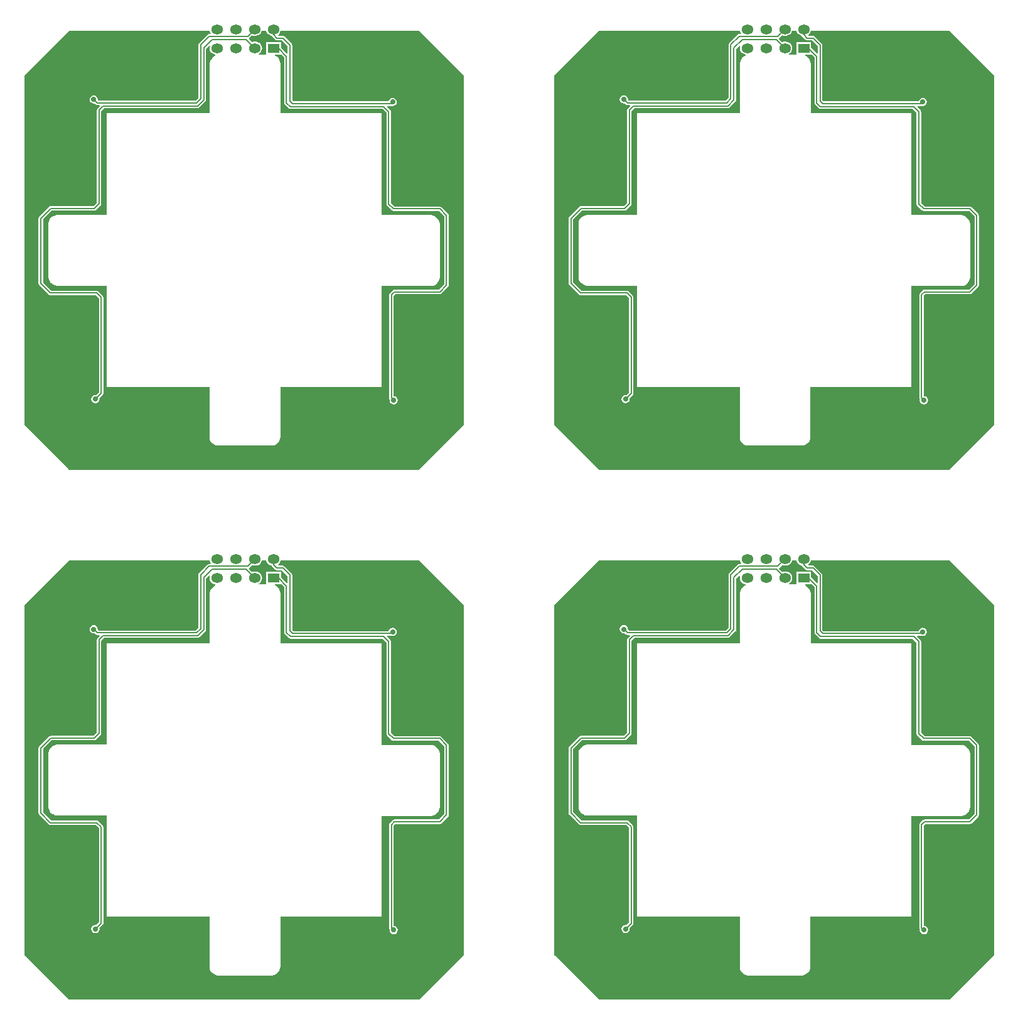
<source format=gbl>
G04*
G04 #@! TF.GenerationSoftware,Altium Limited,Altium Designer,18.1.11 (251)*
G04*
G04 Layer_Physical_Order=2*
G04 Layer_Color=16711680*
%FSLAX24Y24*%
%MOIN*%
G70*
G01*
G75*
%ADD10C,0.0079*%
%ADD22R,0.0630X0.0512*%
%ADD23O,0.0630X0.0512*%
%ADD24C,0.0276*%
G36*
X157860Y173047D02*
X157893Y172966D01*
X157947Y172896D01*
X158017Y172842D01*
X158098Y172809D01*
X158132Y172804D01*
X158134Y172798D01*
X158160Y172759D01*
X158342Y172577D01*
X158342Y172577D01*
X158381Y172551D01*
X158427Y172542D01*
X158427Y172542D01*
X158693D01*
X158996Y172238D01*
Y171874D01*
X158950Y171855D01*
X158639Y172167D01*
Y172469D01*
X157851D01*
Y171836D01*
X157851Y171800D01*
X157807Y171786D01*
X157468D01*
X157458Y171836D01*
X157473Y171842D01*
X157543Y171896D01*
X157596Y171966D01*
X157630Y172047D01*
X157641Y172135D01*
X157630Y172222D01*
X157596Y172303D01*
X157543Y172373D01*
X157473Y172427D01*
X157391Y172461D01*
X157304Y172472D01*
X157186D01*
X157098Y172461D01*
X157092Y172458D01*
X156942Y172607D01*
X156949Y172671D01*
X156956Y172675D01*
X157092Y172811D01*
X157098Y172809D01*
X157186Y172797D01*
X157304D01*
X157391Y172809D01*
X157473Y172842D01*
X157543Y172896D01*
X157596Y172966D01*
X157630Y173047D01*
X157632Y173066D01*
X157857D01*
X157860Y173047D01*
D02*
G37*
G36*
X129702D02*
X129736Y172966D01*
X129789Y172896D01*
X129859Y172842D01*
X129941Y172809D01*
X129975Y172804D01*
X129976Y172798D01*
X130002Y172759D01*
X130184Y172577D01*
X130184Y172577D01*
X130223Y172551D01*
X130269Y172542D01*
X130269Y172542D01*
X130535D01*
X130839Y172238D01*
Y171874D01*
X130793Y171855D01*
X130481Y172167D01*
Y172469D01*
X129693D01*
Y171836D01*
X129693Y171800D01*
X129649Y171786D01*
X129310D01*
X129300Y171836D01*
X129315Y171842D01*
X129385Y171896D01*
X129438Y171966D01*
X129472Y172047D01*
X129484Y172135D01*
X129472Y172222D01*
X129438Y172303D01*
X129385Y172373D01*
X129315Y172427D01*
X129234Y172461D01*
X129146Y172472D01*
X129028D01*
X128941Y172461D01*
X128934Y172458D01*
X128785Y172607D01*
X128792Y172671D01*
X128798Y172675D01*
X128934Y172811D01*
X128941Y172809D01*
X129028Y172797D01*
X129146D01*
X129234Y172809D01*
X129315Y172842D01*
X129385Y172896D01*
X129438Y172966D01*
X129472Y173047D01*
X129475Y173066D01*
X129700D01*
X129702Y173047D01*
D02*
G37*
G36*
X168359Y170684D02*
X168359Y152140D01*
X165977Y149759D01*
X147388Y149759D01*
X145005Y152142D01*
X145005Y170686D01*
X147385Y173066D01*
X154857Y173066D01*
X154860Y173047D01*
X154894Y172966D01*
X154920Y172931D01*
X154896Y172881D01*
X154826D01*
X154779Y172872D01*
X154740Y172846D01*
X154740Y172846D01*
X154288Y172393D01*
X154262Y172354D01*
X154252Y172308D01*
X154252Y172308D01*
Y169497D01*
X154103Y169348D01*
X148945D01*
X148909Y169389D01*
X148914Y169414D01*
X148898Y169499D01*
X148850Y169570D01*
X148778Y169618D01*
X148694Y169635D01*
X148609Y169618D01*
X148538Y169570D01*
X148490Y169499D01*
X148473Y169414D01*
X148490Y169330D01*
X148538Y169258D01*
X148609Y169210D01*
X148694Y169193D01*
X148736Y169202D01*
X148796Y169142D01*
X148796Y169142D01*
X148835Y169116D01*
X148881Y169107D01*
X148998D01*
X149018Y169060D01*
X148894Y168937D01*
X148868Y168898D01*
X148859Y168852D01*
X148859Y168852D01*
Y163933D01*
X148683Y163757D01*
X146416D01*
X146369Y163748D01*
X146330Y163722D01*
X145798Y163189D01*
X145772Y163150D01*
X145763Y163104D01*
X145763Y163104D01*
Y159652D01*
X145763Y159652D01*
X145772Y159606D01*
X145798Y159567D01*
X146312Y159053D01*
X146312Y159053D01*
X146351Y159027D01*
X146397Y159018D01*
X146397Y159018D01*
X148816D01*
X148967Y158867D01*
Y153864D01*
X148824Y153721D01*
X148782Y153729D01*
X148698Y153713D01*
X148626Y153665D01*
X148578Y153593D01*
X148561Y153509D01*
X148578Y153424D01*
X148626Y153352D01*
X148698Y153305D01*
X148782Y153288D01*
X148867Y153305D01*
X148938Y153352D01*
X148986Y153424D01*
X149003Y153509D01*
X148995Y153551D01*
X149173Y153729D01*
X149173Y153729D01*
X149199Y153768D01*
X149208Y153814D01*
Y158917D01*
X149199Y158963D01*
X149173Y159002D01*
X148951Y159224D01*
X148911Y159250D01*
X148865Y159259D01*
X148865Y159259D01*
X146447D01*
X146003Y159702D01*
Y163054D01*
X146465Y163516D01*
X148733D01*
X148733Y163516D01*
X148779Y163525D01*
X148818Y163551D01*
X149064Y163797D01*
X149064Y163797D01*
X149090Y163837D01*
X149100Y163883D01*
Y168802D01*
X149247Y168949D01*
X154218D01*
X154218Y168949D01*
X154265Y168958D01*
X154304Y168984D01*
X154625Y169306D01*
X154651Y169345D01*
X154661Y169391D01*
Y172104D01*
X154825Y172268D01*
X154867Y172240D01*
X154860Y172222D01*
X154848Y172135D01*
X154860Y172047D01*
X154894Y171966D01*
X154947Y171896D01*
X155017Y171842D01*
X155098Y171809D01*
X155165Y171800D01*
X155171Y171749D01*
X155120Y171727D01*
X155038Y171673D01*
X154969Y171603D01*
X154914Y171521D01*
X154876Y171430D01*
X154857Y171333D01*
Y171284D01*
Y168676D01*
X149392D01*
Y163286D01*
X146733D01*
X146636Y163267D01*
X146545Y163229D01*
X146464Y163174D01*
X146394Y163105D01*
X146339Y163023D01*
X146301Y162932D01*
X146282Y162835D01*
Y162786D01*
Y160028D01*
X146284Y160026D01*
Y159977D01*
X146303Y159880D01*
X146341Y159789D01*
X146396Y159708D01*
X146466Y159638D01*
X146547Y159583D01*
X146638Y159545D01*
X146735Y159526D01*
X149392D01*
Y154148D01*
X154843Y154148D01*
Y151538D01*
Y151489D01*
X154863Y151392D01*
X154900Y151301D01*
X154955Y151219D01*
X155025Y151150D01*
X155106Y151095D01*
X155197Y151057D01*
X155294Y151038D01*
X158101D01*
X158103Y151040D01*
X158152D01*
X158249Y151059D01*
X158340Y151097D01*
X158422Y151152D01*
X158492Y151221D01*
X158546Y151303D01*
X158584Y151394D01*
X158603Y151491D01*
Y151540D01*
Y154148D01*
X163967D01*
Y159513D01*
X163967D01*
X163967Y159513D01*
X163967Y159513D01*
X166627D01*
X166723Y159532D01*
X166814Y159569D01*
X166896Y159624D01*
X166966Y159694D01*
X167021Y159776D01*
X167058Y159867D01*
X167078Y159963D01*
Y160013D01*
Y162770D01*
X167076Y162772D01*
Y162822D01*
X167056Y162918D01*
X167019Y163009D01*
X166964Y163091D01*
X166894Y163161D01*
X166812Y163215D01*
X166721Y163253D01*
X166625Y163272D01*
X163967D01*
Y168676D01*
X158617D01*
Y171286D01*
Y171335D01*
X158598Y171432D01*
X158560Y171523D01*
X158505Y171605D01*
X158436Y171675D01*
X158354Y171729D01*
X158304Y171750D01*
X158314Y171800D01*
X158639D01*
X158639Y171800D01*
Y171800D01*
X158682Y171783D01*
X158812Y171652D01*
Y169234D01*
X158812Y169234D01*
X158821Y169188D01*
X158847Y169149D01*
X159055Y168942D01*
X159055Y168942D01*
X159094Y168916D01*
X159140Y168907D01*
X159140Y168907D01*
X164038D01*
X164240Y168705D01*
Y163866D01*
X164240Y163866D01*
X164249Y163820D01*
X164275Y163781D01*
X164524Y163532D01*
X164524Y163532D01*
X164563Y163506D01*
X164609Y163496D01*
X164609Y163496D01*
X167020D01*
X167311Y163206D01*
Y159611D01*
X167018Y159318D01*
X164658D01*
X164658Y159318D01*
X164612Y159309D01*
X164573Y159283D01*
X164573Y159283D01*
X164415Y159125D01*
X164389Y159086D01*
X164380Y159040D01*
X164380Y159040D01*
Y153578D01*
X164380Y153578D01*
X164389Y153532D01*
X164415Y153493D01*
X164416Y153492D01*
X164408Y153450D01*
X164425Y153365D01*
X164473Y153293D01*
X164544Y153246D01*
X164629Y153229D01*
X164713Y153246D01*
X164785Y153293D01*
X164833Y153365D01*
X164849Y153450D01*
X164833Y153534D01*
X164785Y153606D01*
X164713Y153654D01*
X164629Y153670D01*
X164621Y153677D01*
Y158990D01*
X164708Y159077D01*
X167068D01*
X167068Y159077D01*
X167114Y159086D01*
X167153Y159112D01*
X167516Y159476D01*
X167542Y159515D01*
X167551Y159561D01*
X167551Y159561D01*
Y163256D01*
X167542Y163302D01*
X167516Y163341D01*
X167516Y163341D01*
X167155Y163702D01*
X167116Y163728D01*
X167070Y163737D01*
X167070Y163737D01*
X164659D01*
X164481Y163916D01*
Y168755D01*
X164471Y168801D01*
X164445Y168840D01*
X164445Y168840D01*
X164267Y169018D01*
X164286Y169064D01*
X164478D01*
X164478Y169064D01*
X164502Y169069D01*
X164570Y169056D01*
X164654Y169072D01*
X164726Y169120D01*
X164774Y169192D01*
X164790Y169276D01*
X164774Y169361D01*
X164726Y169432D01*
X164654Y169480D01*
X164570Y169497D01*
X164485Y169480D01*
X164414Y169432D01*
X164366Y169361D01*
X164355Y169305D01*
X159300D01*
X159237Y169368D01*
Y172288D01*
X159228Y172334D01*
X159202Y172373D01*
X159202Y172373D01*
X158828Y172747D01*
X158789Y172773D01*
X158743Y172783D01*
X158743Y172783D01*
X158516D01*
X158498Y172805D01*
X158507Y172869D01*
X158543Y172896D01*
X158596Y172966D01*
X158630Y173047D01*
X158632Y173066D01*
X165977Y173066D01*
X168359Y170684D01*
D02*
G37*
G36*
X140201D02*
X140201Y152140D01*
X137820Y149759D01*
X119231Y149759D01*
X116847Y152142D01*
X116847Y170686D01*
X119227Y173066D01*
X126700Y173066D01*
X126702Y173047D01*
X126736Y172966D01*
X126762Y172931D01*
X126738Y172881D01*
X126668D01*
X126622Y172872D01*
X126583Y172846D01*
X126583Y172846D01*
X126130Y172393D01*
X126104Y172354D01*
X126095Y172308D01*
X126095Y172308D01*
Y169497D01*
X125946Y169348D01*
X120787D01*
X120752Y169389D01*
X120757Y169414D01*
X120740Y169499D01*
X120692Y169570D01*
X120620Y169618D01*
X120536Y169635D01*
X120451Y169618D01*
X120380Y169570D01*
X120332Y169499D01*
X120315Y169414D01*
X120332Y169330D01*
X120380Y169258D01*
X120451Y169210D01*
X120536Y169193D01*
X120578Y169202D01*
X120638Y169142D01*
X120638Y169142D01*
X120677Y169116D01*
X120723Y169107D01*
X120841D01*
X120860Y169060D01*
X120736Y168937D01*
X120710Y168898D01*
X120701Y168852D01*
X120701Y168852D01*
Y163933D01*
X120525Y163757D01*
X118258D01*
X118212Y163748D01*
X118173Y163722D01*
X117640Y163189D01*
X117614Y163150D01*
X117605Y163104D01*
X117605Y163104D01*
Y159652D01*
X117605Y159652D01*
X117614Y159606D01*
X117640Y159567D01*
X118154Y159053D01*
X118154Y159053D01*
X118193Y159027D01*
X118239Y159018D01*
X118239Y159018D01*
X120658D01*
X120809Y158867D01*
Y153864D01*
X120667Y153721D01*
X120624Y153729D01*
X120540Y153713D01*
X120468Y153665D01*
X120421Y153593D01*
X120404Y153509D01*
X120421Y153424D01*
X120468Y153352D01*
X120540Y153305D01*
X120624Y153288D01*
X120709Y153305D01*
X120781Y153352D01*
X120828Y153424D01*
X120845Y153509D01*
X120837Y153551D01*
X121015Y153729D01*
X121015Y153729D01*
X121041Y153768D01*
X121050Y153814D01*
Y158917D01*
X121041Y158963D01*
X121015Y159002D01*
X120793Y159224D01*
X120754Y159250D01*
X120708Y159259D01*
X120708Y159259D01*
X118289D01*
X117846Y159702D01*
Y163054D01*
X118308Y163516D01*
X120575D01*
X120575Y163516D01*
X120621Y163525D01*
X120660Y163551D01*
X120906Y163797D01*
X120906Y163797D01*
X120933Y163837D01*
X120942Y163883D01*
Y168802D01*
X121089Y168949D01*
X126061D01*
X126061Y168949D01*
X126107Y168958D01*
X126146Y168984D01*
X126468Y169306D01*
X126494Y169345D01*
X126503Y169391D01*
Y172104D01*
X126667Y172268D01*
X126709Y172240D01*
X126702Y172222D01*
X126691Y172135D01*
X126702Y172047D01*
X126736Y171966D01*
X126789Y171896D01*
X126859Y171842D01*
X126941Y171809D01*
X127007Y171800D01*
X127014Y171749D01*
X126962Y171727D01*
X126881Y171673D01*
X126811Y171603D01*
X126756Y171521D01*
X126718Y171430D01*
X126699Y171333D01*
Y171284D01*
Y168676D01*
X121235D01*
Y163286D01*
X118575D01*
X118479Y163267D01*
X118388Y163229D01*
X118306Y163174D01*
X118236Y163105D01*
X118181Y163023D01*
X118144Y162932D01*
X118124Y162835D01*
Y162786D01*
Y160028D01*
X118126Y160026D01*
Y159977D01*
X118146Y159880D01*
X118183Y159789D01*
X118238Y159708D01*
X118308Y159638D01*
X118390Y159583D01*
X118481Y159545D01*
X118577Y159526D01*
X121235D01*
Y154148D01*
X126686Y154148D01*
Y151538D01*
Y151489D01*
X126705Y151392D01*
X126742Y151301D01*
X126797Y151219D01*
X126867Y151150D01*
X126949Y151095D01*
X127040Y151057D01*
X127136Y151038D01*
X129943D01*
X129945Y151040D01*
X129995D01*
X130091Y151059D01*
X130182Y151097D01*
X130264Y151152D01*
X130334Y151221D01*
X130388Y151303D01*
X130426Y151394D01*
X130445Y151491D01*
Y151540D01*
Y154148D01*
X135810D01*
Y159513D01*
X135810D01*
X135810Y159513D01*
X135810Y159513D01*
X138469D01*
X138566Y159532D01*
X138657Y159569D01*
X138738Y159624D01*
X138808Y159694D01*
X138863Y159776D01*
X138901Y159867D01*
X138920Y159963D01*
Y160013D01*
Y162770D01*
X138918Y162772D01*
Y162822D01*
X138899Y162918D01*
X138861Y163009D01*
X138806Y163091D01*
X138737Y163161D01*
X138655Y163215D01*
X138564Y163253D01*
X138467Y163272D01*
X135810D01*
Y168676D01*
X130459D01*
Y171286D01*
Y171335D01*
X130440Y171432D01*
X130402Y171523D01*
X130347Y171605D01*
X130278Y171675D01*
X130196Y171729D01*
X130146Y171750D01*
X130156Y171800D01*
X130481D01*
X130481Y171800D01*
Y171800D01*
X130524Y171783D01*
X130654Y171652D01*
Y169234D01*
X130654Y169234D01*
X130664Y169188D01*
X130690Y169149D01*
X130897Y168942D01*
X130897Y168942D01*
X130936Y168916D01*
X130982Y168907D01*
X130982Y168907D01*
X135880D01*
X136082Y168705D01*
Y163866D01*
X136082Y163866D01*
X136091Y163820D01*
X136117Y163781D01*
X136366Y163532D01*
X136366Y163532D01*
X136405Y163506D01*
X136451Y163496D01*
X136451Y163496D01*
X138862D01*
X139153Y163206D01*
Y159611D01*
X138860Y159318D01*
X136500D01*
X136500Y159318D01*
X136454Y159309D01*
X136415Y159283D01*
X136415Y159283D01*
X136258Y159125D01*
X136231Y159086D01*
X136222Y159040D01*
X136222Y159040D01*
Y153578D01*
X136222Y153578D01*
X136231Y153532D01*
X136258Y153493D01*
X136259Y153492D01*
X136250Y153450D01*
X136267Y153365D01*
X136315Y153293D01*
X136386Y153246D01*
X136471Y153229D01*
X136555Y153246D01*
X136627Y153293D01*
X136675Y153365D01*
X136692Y153450D01*
X136675Y153534D01*
X136627Y153606D01*
X136555Y153654D01*
X136471Y153670D01*
X136463Y153677D01*
Y158990D01*
X136550Y159077D01*
X138910D01*
X138910Y159077D01*
X138956Y159086D01*
X138995Y159112D01*
X139358Y159476D01*
X139385Y159515D01*
X139394Y159561D01*
X139394Y159561D01*
Y163256D01*
X139385Y163302D01*
X139358Y163341D01*
X139358Y163341D01*
X138997Y163702D01*
X138958Y163728D01*
X138912Y163737D01*
X138912Y163737D01*
X136501D01*
X136323Y163916D01*
Y168755D01*
X136314Y168801D01*
X136288Y168840D01*
X136288Y168840D01*
X136109Y169018D01*
X136129Y169064D01*
X136320D01*
X136320Y169064D01*
X136344Y169069D01*
X136412Y169056D01*
X136496Y169072D01*
X136568Y169120D01*
X136616Y169192D01*
X136633Y169276D01*
X136616Y169361D01*
X136568Y169432D01*
X136496Y169480D01*
X136412Y169497D01*
X136327Y169480D01*
X136256Y169432D01*
X136208Y169361D01*
X136197Y169305D01*
X131143D01*
X131080Y169368D01*
Y172288D01*
X131070Y172334D01*
X131044Y172373D01*
X131044Y172373D01*
X130670Y172747D01*
X130631Y172773D01*
X130585Y172783D01*
X130585Y172783D01*
X130358D01*
X130340Y172805D01*
X130349Y172869D01*
X130385Y172896D01*
X130438Y172966D01*
X130472Y173047D01*
X130475Y173066D01*
X137819Y173066D01*
X140201Y170684D01*
D02*
G37*
G36*
X157860Y144937D02*
X157893Y144855D01*
X157947Y144785D01*
X158017Y144732D01*
X158098Y144698D01*
X158132Y144694D01*
X158134Y144688D01*
X158160Y144648D01*
X158342Y144466D01*
X158342Y144466D01*
X158381Y144440D01*
X158427Y144431D01*
X158427Y144431D01*
X158693D01*
X158996Y144128D01*
Y143764D01*
X158950Y143744D01*
X158639Y144056D01*
Y144359D01*
X157851D01*
Y143726D01*
X157851Y143689D01*
X157807Y143676D01*
X157468D01*
X157458Y143726D01*
X157473Y143732D01*
X157543Y143785D01*
X157596Y143855D01*
X157630Y143937D01*
X157641Y144024D01*
X157630Y144111D01*
X157596Y144193D01*
X157543Y144263D01*
X157473Y144316D01*
X157391Y144350D01*
X157304Y144362D01*
X157186D01*
X157098Y144350D01*
X157092Y144347D01*
X156942Y144497D01*
X156949Y144561D01*
X156956Y144565D01*
X157092Y144701D01*
X157098Y144698D01*
X157186Y144687D01*
X157304D01*
X157391Y144698D01*
X157473Y144732D01*
X157543Y144785D01*
X157596Y144855D01*
X157630Y144937D01*
X157632Y144955D01*
X157857D01*
X157860Y144937D01*
D02*
G37*
G36*
X129702D02*
X129736Y144855D01*
X129789Y144785D01*
X129859Y144732D01*
X129941Y144698D01*
X129975Y144694D01*
X129976Y144688D01*
X130002Y144648D01*
X130184Y144466D01*
X130184Y144466D01*
X130223Y144440D01*
X130269Y144431D01*
X130269Y144431D01*
X130535D01*
X130839Y144128D01*
Y143764D01*
X130793Y143744D01*
X130481Y144056D01*
Y144359D01*
X129693D01*
Y143726D01*
X129693Y143689D01*
X129649Y143676D01*
X129310D01*
X129300Y143726D01*
X129315Y143732D01*
X129385Y143785D01*
X129438Y143855D01*
X129472Y143937D01*
X129484Y144024D01*
X129472Y144111D01*
X129438Y144193D01*
X129385Y144263D01*
X129315Y144316D01*
X129234Y144350D01*
X129146Y144362D01*
X129028D01*
X128941Y144350D01*
X128934Y144347D01*
X128785Y144497D01*
X128792Y144561D01*
X128798Y144565D01*
X128934Y144701D01*
X128941Y144698D01*
X129028Y144687D01*
X129146D01*
X129234Y144698D01*
X129315Y144732D01*
X129385Y144785D01*
X129438Y144855D01*
X129472Y144937D01*
X129475Y144955D01*
X129700D01*
X129702Y144937D01*
D02*
G37*
G36*
X168359Y142573D02*
X168359Y124030D01*
X165977Y121648D01*
X147388Y121648D01*
X145005Y124032D01*
X145005Y142575D01*
X147385Y144955D01*
X154857Y144955D01*
X154860Y144937D01*
X154894Y144855D01*
X154920Y144820D01*
X154896Y144770D01*
X154826D01*
X154779Y144761D01*
X154740Y144735D01*
X154740Y144735D01*
X154288Y144282D01*
X154262Y144243D01*
X154252Y144197D01*
X154252Y144197D01*
Y141386D01*
X154103Y141237D01*
X148945D01*
X148909Y141278D01*
X148914Y141304D01*
X148898Y141388D01*
X148850Y141460D01*
X148778Y141508D01*
X148694Y141524D01*
X148609Y141508D01*
X148538Y141460D01*
X148490Y141388D01*
X148473Y141304D01*
X148490Y141219D01*
X148538Y141147D01*
X148609Y141100D01*
X148694Y141083D01*
X148736Y141091D01*
X148796Y141031D01*
X148796Y141031D01*
X148835Y141005D01*
X148881Y140996D01*
X148998D01*
X149018Y140950D01*
X148894Y140826D01*
X148868Y140787D01*
X148859Y140741D01*
X148859Y140741D01*
Y135822D01*
X148683Y135646D01*
X146416D01*
X146369Y135637D01*
X146330Y135611D01*
X145798Y135079D01*
X145772Y135040D01*
X145763Y134993D01*
X145763Y134993D01*
Y131542D01*
X145763Y131542D01*
X145772Y131496D01*
X145798Y131457D01*
X146312Y130943D01*
X146312Y130943D01*
X146351Y130917D01*
X146397Y130908D01*
X146397Y130908D01*
X148816D01*
X148967Y130756D01*
Y125753D01*
X148824Y125610D01*
X148782Y125619D01*
X148698Y125602D01*
X148626Y125554D01*
X148578Y125483D01*
X148561Y125398D01*
X148578Y125314D01*
X148626Y125242D01*
X148698Y125194D01*
X148782Y125177D01*
X148867Y125194D01*
X148938Y125242D01*
X148986Y125314D01*
X149003Y125398D01*
X148995Y125440D01*
X149173Y125618D01*
X149173Y125618D01*
X149199Y125657D01*
X149208Y125703D01*
Y130806D01*
X149199Y130852D01*
X149173Y130891D01*
X148951Y131113D01*
X148911Y131139D01*
X148865Y131148D01*
X148865Y131148D01*
X146447D01*
X146003Y131592D01*
Y134944D01*
X146465Y135405D01*
X148733D01*
X148733Y135405D01*
X148779Y135415D01*
X148818Y135441D01*
X149064Y135687D01*
X149064Y135687D01*
X149090Y135726D01*
X149100Y135772D01*
Y140691D01*
X149247Y140839D01*
X154218D01*
X154218Y140839D01*
X154265Y140848D01*
X154304Y140874D01*
X154625Y141196D01*
X154651Y141235D01*
X154661Y141281D01*
Y143993D01*
X154825Y144157D01*
X154867Y144129D01*
X154860Y144111D01*
X154848Y144024D01*
X154860Y143937D01*
X154894Y143855D01*
X154947Y143785D01*
X155017Y143732D01*
X155098Y143698D01*
X155165Y143689D01*
X155171Y143638D01*
X155120Y143617D01*
X155038Y143562D01*
X154969Y143492D01*
X154914Y143411D01*
X154876Y143320D01*
X154857Y143223D01*
Y143174D01*
Y140565D01*
X149392D01*
Y135176D01*
X146733D01*
X146636Y135156D01*
X146545Y135119D01*
X146464Y135064D01*
X146394Y134994D01*
X146339Y134912D01*
X146301Y134821D01*
X146282Y134725D01*
Y134676D01*
Y131918D01*
X146284Y131916D01*
Y131866D01*
X146303Y131770D01*
X146341Y131679D01*
X146396Y131597D01*
X146466Y131527D01*
X146547Y131473D01*
X146638Y131435D01*
X146735Y131416D01*
X149392D01*
Y126038D01*
X154843Y126038D01*
Y123428D01*
Y123378D01*
X154863Y123282D01*
X154900Y123191D01*
X154955Y123109D01*
X155025Y123039D01*
X155106Y122985D01*
X155197Y122947D01*
X155294Y122928D01*
X158101D01*
X158103Y122930D01*
X158152D01*
X158249Y122949D01*
X158340Y122986D01*
X158422Y123041D01*
X158492Y123111D01*
X158546Y123193D01*
X158584Y123284D01*
X158603Y123380D01*
Y123430D01*
Y126038D01*
X163967D01*
Y131402D01*
X163967D01*
X163967Y131402D01*
X163967Y131402D01*
X166627D01*
X166723Y131421D01*
X166814Y131459D01*
X166896Y131514D01*
X166966Y131583D01*
X167021Y131665D01*
X167058Y131756D01*
X167078Y131853D01*
Y131902D01*
Y134660D01*
X167076Y134662D01*
Y134711D01*
X167056Y134808D01*
X167019Y134899D01*
X166964Y134981D01*
X166894Y135050D01*
X166812Y135105D01*
X166721Y135143D01*
X166625Y135162D01*
X163967D01*
Y140565D01*
X158617D01*
Y143176D01*
Y143225D01*
X158598Y143321D01*
X158560Y143412D01*
X158505Y143494D01*
X158436Y143564D01*
X158354Y143619D01*
X158304Y143639D01*
X158314Y143689D01*
X158639D01*
X158639Y143689D01*
Y143689D01*
X158682Y143672D01*
X158812Y143542D01*
Y141124D01*
X158812Y141124D01*
X158821Y141078D01*
X158847Y141039D01*
X159055Y140831D01*
X159055Y140831D01*
X159094Y140805D01*
X159140Y140796D01*
X159140Y140796D01*
X164038D01*
X164240Y140594D01*
Y135755D01*
X164240Y135755D01*
X164249Y135709D01*
X164275Y135670D01*
X164524Y135421D01*
X164524Y135421D01*
X164563Y135395D01*
X164609Y135386D01*
X164609Y135386D01*
X167020D01*
X167311Y135095D01*
Y131500D01*
X167018Y131207D01*
X164658D01*
X164658Y131207D01*
X164612Y131198D01*
X164573Y131172D01*
X164573Y131172D01*
X164415Y131014D01*
X164389Y130975D01*
X164380Y130929D01*
X164380Y130929D01*
Y125467D01*
X164380Y125467D01*
X164389Y125421D01*
X164415Y125382D01*
X164416Y125381D01*
X164408Y125339D01*
X164425Y125255D01*
X164473Y125183D01*
X164544Y125135D01*
X164629Y125118D01*
X164713Y125135D01*
X164785Y125183D01*
X164833Y125255D01*
X164849Y125339D01*
X164833Y125424D01*
X164785Y125495D01*
X164713Y125543D01*
X164629Y125560D01*
X164621Y125566D01*
Y130879D01*
X164708Y130967D01*
X167068D01*
X167068Y130967D01*
X167114Y130976D01*
X167153Y131002D01*
X167516Y131365D01*
X167542Y131404D01*
X167551Y131450D01*
X167551Y131450D01*
Y135145D01*
X167542Y135191D01*
X167516Y135230D01*
X167516Y135230D01*
X167155Y135591D01*
X167116Y135618D01*
X167070Y135627D01*
X167070Y135627D01*
X164659D01*
X164481Y135805D01*
Y140644D01*
X164471Y140690D01*
X164445Y140729D01*
X164445Y140729D01*
X164267Y140907D01*
X164286Y140954D01*
X164478D01*
X164478Y140954D01*
X164502Y140958D01*
X164570Y140945D01*
X164654Y140962D01*
X164726Y141010D01*
X164774Y141081D01*
X164790Y141166D01*
X164774Y141250D01*
X164726Y141322D01*
X164654Y141370D01*
X164570Y141387D01*
X164485Y141370D01*
X164414Y141322D01*
X164366Y141250D01*
X164355Y141194D01*
X159300D01*
X159237Y141258D01*
Y144178D01*
X159228Y144224D01*
X159202Y144263D01*
X159202Y144263D01*
X158828Y144637D01*
X158789Y144663D01*
X158743Y144672D01*
X158743Y144672D01*
X158516D01*
X158498Y144695D01*
X158507Y144758D01*
X158543Y144785D01*
X158596Y144855D01*
X158630Y144937D01*
X158632Y144955D01*
X165977Y144955D01*
X168359Y142573D01*
D02*
G37*
G36*
X140201D02*
X140201Y124030D01*
X137820Y121648D01*
X119231Y121648D01*
X116847Y124032D01*
X116847Y142575D01*
X119227Y144955D01*
X126700Y144955D01*
X126702Y144937D01*
X126736Y144855D01*
X126762Y144820D01*
X126738Y144770D01*
X126668D01*
X126622Y144761D01*
X126583Y144735D01*
X126583Y144735D01*
X126130Y144282D01*
X126104Y144243D01*
X126095Y144197D01*
X126095Y144197D01*
Y141386D01*
X125946Y141237D01*
X120787D01*
X120752Y141278D01*
X120757Y141304D01*
X120740Y141388D01*
X120692Y141460D01*
X120620Y141508D01*
X120536Y141524D01*
X120451Y141508D01*
X120380Y141460D01*
X120332Y141388D01*
X120315Y141304D01*
X120332Y141219D01*
X120380Y141147D01*
X120451Y141100D01*
X120536Y141083D01*
X120578Y141091D01*
X120638Y141031D01*
X120638Y141031D01*
X120677Y141005D01*
X120723Y140996D01*
X120841D01*
X120860Y140950D01*
X120736Y140826D01*
X120710Y140787D01*
X120701Y140741D01*
X120701Y140741D01*
Y135822D01*
X120525Y135646D01*
X118258D01*
X118212Y135637D01*
X118173Y135611D01*
X117640Y135079D01*
X117614Y135040D01*
X117605Y134993D01*
X117605Y134993D01*
Y131542D01*
X117605Y131542D01*
X117614Y131496D01*
X117640Y131457D01*
X118154Y130943D01*
X118154Y130943D01*
X118193Y130917D01*
X118239Y130908D01*
X118239Y130908D01*
X120658D01*
X120809Y130756D01*
Y125753D01*
X120667Y125610D01*
X120624Y125619D01*
X120540Y125602D01*
X120468Y125554D01*
X120421Y125483D01*
X120404Y125398D01*
X120421Y125314D01*
X120468Y125242D01*
X120540Y125194D01*
X120624Y125177D01*
X120709Y125194D01*
X120781Y125242D01*
X120828Y125314D01*
X120845Y125398D01*
X120837Y125440D01*
X121015Y125618D01*
X121015Y125618D01*
X121041Y125657D01*
X121050Y125703D01*
Y130806D01*
X121041Y130852D01*
X121015Y130891D01*
X120793Y131113D01*
X120754Y131139D01*
X120708Y131148D01*
X120708Y131148D01*
X118289D01*
X117846Y131592D01*
Y134944D01*
X118308Y135405D01*
X120575D01*
X120575Y135405D01*
X120621Y135415D01*
X120660Y135441D01*
X120906Y135687D01*
X120906Y135687D01*
X120933Y135726D01*
X120942Y135772D01*
Y140691D01*
X121089Y140839D01*
X126061D01*
X126061Y140839D01*
X126107Y140848D01*
X126146Y140874D01*
X126468Y141196D01*
X126494Y141235D01*
X126503Y141281D01*
Y143993D01*
X126667Y144157D01*
X126709Y144129D01*
X126702Y144111D01*
X126691Y144024D01*
X126702Y143937D01*
X126736Y143855D01*
X126789Y143785D01*
X126859Y143732D01*
X126941Y143698D01*
X127007Y143689D01*
X127014Y143638D01*
X126962Y143617D01*
X126881Y143562D01*
X126811Y143492D01*
X126756Y143411D01*
X126718Y143320D01*
X126699Y143223D01*
Y143174D01*
Y140565D01*
X121235D01*
Y135176D01*
X118575D01*
X118479Y135156D01*
X118388Y135119D01*
X118306Y135064D01*
X118236Y134994D01*
X118181Y134912D01*
X118144Y134821D01*
X118124Y134725D01*
Y134676D01*
Y131918D01*
X118126Y131916D01*
Y131866D01*
X118146Y131770D01*
X118183Y131679D01*
X118238Y131597D01*
X118308Y131527D01*
X118390Y131473D01*
X118481Y131435D01*
X118577Y131416D01*
X121235D01*
Y126038D01*
X126686Y126038D01*
Y123428D01*
Y123378D01*
X126705Y123282D01*
X126742Y123191D01*
X126797Y123109D01*
X126867Y123039D01*
X126949Y122985D01*
X127040Y122947D01*
X127136Y122928D01*
X129943D01*
X129945Y122930D01*
X129995D01*
X130091Y122949D01*
X130182Y122986D01*
X130264Y123041D01*
X130334Y123111D01*
X130388Y123193D01*
X130426Y123284D01*
X130445Y123380D01*
Y123430D01*
Y126038D01*
X135810D01*
Y131402D01*
X135810D01*
X135810Y131402D01*
X135810Y131402D01*
X138469D01*
X138566Y131421D01*
X138657Y131459D01*
X138738Y131514D01*
X138808Y131583D01*
X138863Y131665D01*
X138901Y131756D01*
X138920Y131853D01*
Y131902D01*
Y134660D01*
X138918Y134662D01*
Y134711D01*
X138899Y134808D01*
X138861Y134899D01*
X138806Y134981D01*
X138737Y135050D01*
X138655Y135105D01*
X138564Y135143D01*
X138467Y135162D01*
X135810D01*
Y140565D01*
X130459D01*
Y143176D01*
Y143225D01*
X130440Y143321D01*
X130402Y143412D01*
X130347Y143494D01*
X130278Y143564D01*
X130196Y143619D01*
X130146Y143639D01*
X130156Y143689D01*
X130481D01*
X130481Y143689D01*
Y143689D01*
X130524Y143672D01*
X130654Y143542D01*
Y141124D01*
X130654Y141124D01*
X130664Y141078D01*
X130690Y141039D01*
X130897Y140831D01*
X130897Y140831D01*
X130936Y140805D01*
X130982Y140796D01*
X130982Y140796D01*
X135880D01*
X136082Y140594D01*
Y135755D01*
X136082Y135755D01*
X136091Y135709D01*
X136117Y135670D01*
X136366Y135421D01*
X136366Y135421D01*
X136405Y135395D01*
X136451Y135386D01*
X136451Y135386D01*
X138862D01*
X139153Y135095D01*
Y131500D01*
X138860Y131207D01*
X136500D01*
X136500Y131207D01*
X136454Y131198D01*
X136415Y131172D01*
X136415Y131172D01*
X136258Y131014D01*
X136231Y130975D01*
X136222Y130929D01*
X136222Y130929D01*
Y125467D01*
X136222Y125467D01*
X136231Y125421D01*
X136258Y125382D01*
X136259Y125381D01*
X136250Y125339D01*
X136267Y125255D01*
X136315Y125183D01*
X136386Y125135D01*
X136471Y125118D01*
X136555Y125135D01*
X136627Y125183D01*
X136675Y125255D01*
X136692Y125339D01*
X136675Y125424D01*
X136627Y125495D01*
X136555Y125543D01*
X136471Y125560D01*
X136463Y125566D01*
Y130879D01*
X136550Y130967D01*
X138910D01*
X138910Y130967D01*
X138956Y130976D01*
X138995Y131002D01*
X139358Y131365D01*
X139385Y131404D01*
X139394Y131450D01*
X139394Y131450D01*
Y135145D01*
X139385Y135191D01*
X139358Y135230D01*
X139358Y135230D01*
X138997Y135591D01*
X138958Y135618D01*
X138912Y135627D01*
X138912Y135627D01*
X136501D01*
X136323Y135805D01*
Y140644D01*
X136314Y140690D01*
X136288Y140729D01*
X136288Y140729D01*
X136109Y140907D01*
X136129Y140954D01*
X136320D01*
X136320Y140954D01*
X136344Y140958D01*
X136412Y140945D01*
X136496Y140962D01*
X136568Y141010D01*
X136616Y141081D01*
X136633Y141166D01*
X136616Y141250D01*
X136568Y141322D01*
X136496Y141370D01*
X136412Y141387D01*
X136327Y141370D01*
X136256Y141322D01*
X136208Y141250D01*
X136197Y141194D01*
X131143D01*
X131080Y141258D01*
Y144178D01*
X131070Y144224D01*
X131044Y144263D01*
X131044Y144263D01*
X130670Y144637D01*
X130631Y144663D01*
X130585Y144672D01*
X130585Y144672D01*
X130358D01*
X130340Y144695D01*
X130349Y144758D01*
X130385Y144785D01*
X130438Y144855D01*
X130472Y144937D01*
X130475Y144955D01*
X137819Y144955D01*
X140201Y142573D01*
D02*
G37*
D10*
X130585Y144552D02*
X130959Y144178D01*
X130269Y144552D02*
X130585D01*
X130087Y144734D02*
X130269Y144552D01*
X130087Y144734D02*
Y145024D01*
X130343Y144024D02*
X130775Y143592D01*
X130087Y144024D02*
X130343D01*
X128619Y144493D02*
X129087Y144024D01*
X126832Y144493D02*
X128619D01*
X126382Y144043D02*
X126832Y144493D01*
X126382Y141281D02*
Y144043D01*
X126215Y141336D02*
Y144197D01*
X128713Y144650D02*
X129087Y145024D01*
X126668Y144650D02*
X128713D01*
X126215Y144197D02*
X126668Y144650D01*
X130775Y141124D02*
Y143592D01*
X130959Y141208D02*
Y144178D01*
X136320Y141074D02*
X136412Y141166D01*
X131093Y141074D02*
X136320D01*
X130959Y141208D02*
X131093Y141074D01*
X130775Y141124D02*
X130982Y140917D01*
X136343Y125467D02*
X136471Y125339D01*
X136343Y125467D02*
Y130929D01*
X136500Y131087D01*
X138910D01*
X139273Y131450D01*
Y135145D01*
X138912Y135506D02*
X139273Y135145D01*
X136451Y135506D02*
X138912D01*
X136202Y135755D02*
X136451Y135506D01*
X136202Y135755D02*
Y140644D01*
X135930Y140917D02*
X136202Y140644D01*
X130982Y140917D02*
X135930D01*
X120536Y141304D02*
X120723Y141117D01*
X125995D01*
X126215Y141336D01*
X120624Y125398D02*
X120930Y125703D01*
Y130806D01*
X120708Y131028D02*
X120930Y130806D01*
X118239Y131028D02*
X120708D01*
X117725Y131542D02*
X118239Y131028D01*
X117725Y131542D02*
Y134993D01*
X118258Y135526D01*
X120575D01*
X120821Y135772D01*
Y140741D01*
X121039Y140959D01*
X126061D01*
X126382Y141281D01*
X158743Y144552D02*
X159117Y144178D01*
X158427Y144552D02*
X158743D01*
X158245Y144734D02*
X158427Y144552D01*
X158245Y144734D02*
Y145024D01*
X158500Y144024D02*
X158933Y143592D01*
X158245Y144024D02*
X158500D01*
X156776Y144493D02*
X157245Y144024D01*
X154990Y144493D02*
X156776D01*
X154540Y144043D02*
X154990Y144493D01*
X154540Y141281D02*
Y144043D01*
X154373Y141336D02*
Y144197D01*
X156871Y144650D02*
X157245Y145024D01*
X154826Y144650D02*
X156871D01*
X154373Y144197D02*
X154826Y144650D01*
X158933Y141124D02*
Y143592D01*
X159117Y141208D02*
Y144178D01*
X164478Y141074D02*
X164570Y141166D01*
X159251Y141074D02*
X164478D01*
X159117Y141208D02*
X159251Y141074D01*
X158933Y141124D02*
X159140Y140917D01*
X164501Y125467D02*
X164629Y125339D01*
X164501Y125467D02*
Y130929D01*
X164658Y131087D01*
X167068D01*
X167431Y131450D01*
Y135145D01*
X167070Y135506D02*
X167431Y135145D01*
X164609Y135506D02*
X167070D01*
X164360Y135755D02*
X164609Y135506D01*
X164360Y135755D02*
Y140644D01*
X164088Y140917D02*
X164360Y140644D01*
X159140Y140917D02*
X164088D01*
X148694Y141304D02*
X148881Y141117D01*
X154153D01*
X154373Y141336D01*
X148782Y125398D02*
X149087Y125703D01*
Y130806D01*
X148865Y131028D02*
X149087Y130806D01*
X146397Y131028D02*
X148865D01*
X145883Y131542D02*
X146397Y131028D01*
X145883Y131542D02*
Y134993D01*
X146416Y135526D01*
X148733D01*
X148979Y135772D01*
Y140741D01*
X149197Y140959D01*
X154218D01*
X154540Y141281D01*
X130585Y172662D02*
X130959Y172288D01*
X130269Y172662D02*
X130585D01*
X130087Y172844D02*
X130269Y172662D01*
X130087Y172844D02*
Y173135D01*
X130343Y172135D02*
X130775Y171702D01*
X130087Y172135D02*
X130343D01*
X128619Y172603D02*
X129087Y172135D01*
X126832Y172603D02*
X128619D01*
X126382Y172154D02*
X126832Y172603D01*
X126382Y169391D02*
Y172154D01*
X126215Y169447D02*
Y172308D01*
X128713Y172761D02*
X129087Y173135D01*
X126668Y172761D02*
X128713D01*
X126215Y172308D02*
X126668Y172761D01*
X130775Y169234D02*
Y171702D01*
X130959Y169318D02*
Y172288D01*
X136320Y169185D02*
X136412Y169276D01*
X131093Y169185D02*
X136320D01*
X130959Y169318D02*
X131093Y169185D01*
X130775Y169234D02*
X130982Y169027D01*
X136343Y153578D02*
X136471Y153450D01*
X136343Y153578D02*
Y159040D01*
X136500Y159198D01*
X138910D01*
X139273Y159561D01*
Y163256D01*
X138912Y163617D02*
X139273Y163256D01*
X136451Y163617D02*
X138912D01*
X136202Y163866D02*
X136451Y163617D01*
X136202Y163866D02*
Y168755D01*
X135930Y169027D02*
X136202Y168755D01*
X130982Y169027D02*
X135930D01*
X120536Y169414D02*
X120723Y169227D01*
X125995D01*
X126215Y169447D01*
X120624Y153509D02*
X120930Y153814D01*
Y158917D01*
X120708Y159139D02*
X120930Y158917D01*
X118239Y159139D02*
X120708D01*
X117725Y159652D02*
X118239Y159139D01*
X117725Y159652D02*
Y163104D01*
X118258Y163636D01*
X120575D01*
X120821Y163883D01*
Y168852D01*
X121039Y169070D01*
X126061D01*
X126382Y169391D01*
X158743Y172662D02*
X159117Y172288D01*
X158427Y172662D02*
X158743D01*
X158245Y172844D02*
X158427Y172662D01*
X158245Y172844D02*
Y173135D01*
X158500Y172135D02*
X158933Y171702D01*
X158245Y172135D02*
X158500D01*
X156776Y172603D02*
X157245Y172135D01*
X154990Y172603D02*
X156776D01*
X154540Y172154D02*
X154990Y172603D01*
X154540Y169391D02*
Y172154D01*
X154373Y169447D02*
Y172308D01*
X156871Y172761D02*
X157245Y173135D01*
X154826Y172761D02*
X156871D01*
X154373Y172308D02*
X154826Y172761D01*
X158933Y169234D02*
Y171702D01*
X159117Y169318D02*
Y172288D01*
X164478Y169185D02*
X164570Y169276D01*
X159251Y169185D02*
X164478D01*
X159117Y169318D02*
X159251Y169185D01*
X158933Y169234D02*
X159140Y169027D01*
X164501Y153578D02*
X164629Y153450D01*
X164501Y153578D02*
Y159040D01*
X164658Y159198D01*
X167068D01*
X167431Y159561D01*
Y163256D01*
X167070Y163617D02*
X167431Y163256D01*
X164609Y163617D02*
X167070D01*
X164360Y163866D02*
X164609Y163617D01*
X164360Y163866D02*
Y168755D01*
X164088Y169027D02*
X164360Y168755D01*
X159140Y169027D02*
X164088D01*
X148694Y169414D02*
X148881Y169227D01*
X154153D01*
X154373Y169447D01*
X148782Y153509D02*
X149087Y153814D01*
Y158917D01*
X148865Y159139D02*
X149087Y158917D01*
X146397Y159139D02*
X148865D01*
X145883Y159652D02*
X146397Y159139D01*
X145883Y159652D02*
Y163104D01*
X146416Y163636D01*
X148733D01*
X148979Y163883D01*
Y168852D01*
X149197Y169070D01*
X154218D01*
X154540Y169391D01*
D22*
X130087Y144024D02*
D03*
X158245D02*
D03*
X130087Y172135D02*
D03*
X158245D02*
D03*
D23*
X130087Y145024D02*
D03*
X129087Y144024D02*
D03*
Y145024D02*
D03*
X128087Y144024D02*
D03*
Y145024D02*
D03*
X127087Y144024D02*
D03*
Y145024D02*
D03*
X158245D02*
D03*
X157245Y144024D02*
D03*
Y145024D02*
D03*
X156245Y144024D02*
D03*
Y145024D02*
D03*
X155245Y144024D02*
D03*
Y145024D02*
D03*
X130087Y173135D02*
D03*
X129087Y172135D02*
D03*
Y173135D02*
D03*
X128087Y172135D02*
D03*
Y173135D02*
D03*
X127087Y172135D02*
D03*
Y173135D02*
D03*
X158245D02*
D03*
X157245Y172135D02*
D03*
Y173135D02*
D03*
X156245Y172135D02*
D03*
Y173135D02*
D03*
X155245Y172135D02*
D03*
Y173135D02*
D03*
D24*
X136412Y141166D02*
D03*
X136471Y125339D02*
D03*
X120536Y141304D02*
D03*
X120624Y125398D02*
D03*
X164570Y141166D02*
D03*
X164629Y125339D02*
D03*
X148694Y141304D02*
D03*
X148782Y125398D02*
D03*
X136412Y169276D02*
D03*
X136471Y153450D02*
D03*
X120536Y169414D02*
D03*
X120624Y153509D02*
D03*
X164570Y169276D02*
D03*
X164629Y153450D02*
D03*
X148694Y169414D02*
D03*
X148782Y153509D02*
D03*
M02*

</source>
